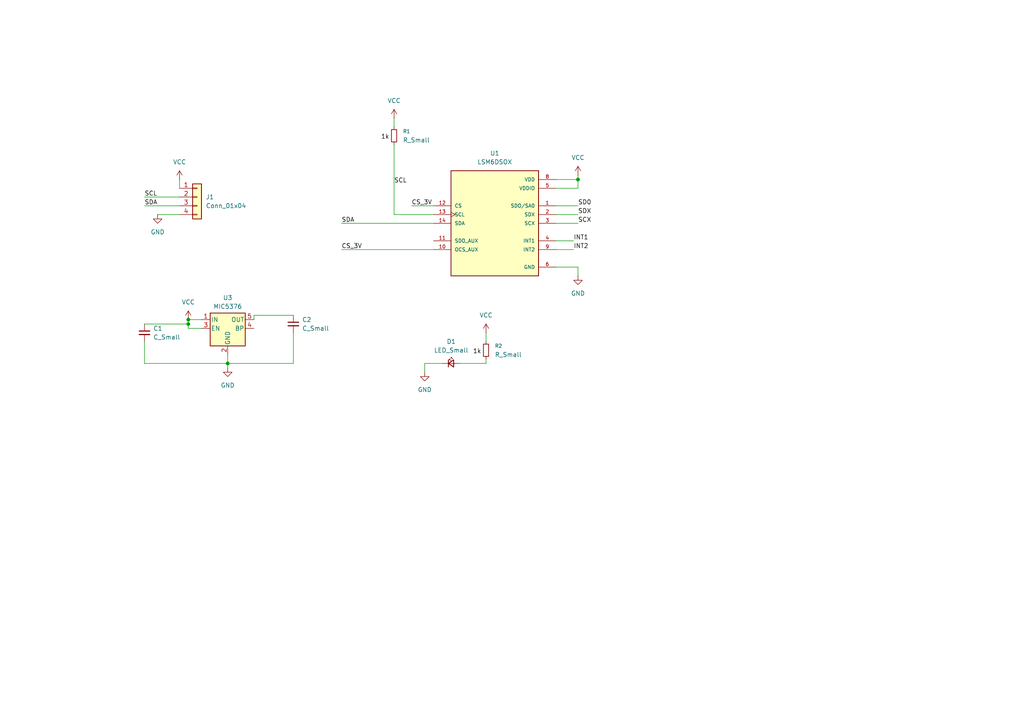
<source format=kicad_sch>
(kicad_sch (version 20250114) (generator "eeschema") (generator_version "9.0")
  (paper "A4")
  (lib_symbols
    (symbol "Connector_Generic:Conn_01x04" (pin_names (offset 1.016) (hide yes))
      (property "Reference" "J" (at 0 5.08 0))
      (property "Value" "Conn_01x04" (at 0 -7.62 0))
      (symbol "Conn_01x04_1_1"
        (rectangle (start -1.27 3.81) (end 1.27 -6.35) (stroke (width 0.254)) (fill (type background)))
        (rectangle (start -1.27 2.667) (end 0 2.413) (stroke (width 0.1524)))
        (rectangle (start -1.27 0.127) (end 0 -0.127) (stroke (width 0.1524)))
        (rectangle (start -1.27 -2.413) (end 0 -2.667) (stroke (width 0.1524)))
        (rectangle (start -1.27 -4.953) (end 0 -5.207) (stroke (width 0.1524)))
        (pin passive line (at -5.08 2.54 0) (length 3.81) (name "Pin_1") (number "1"))
        (pin passive line (at -5.08 0 0) (length 3.81) (name "Pin_2") (number "2"))
        (pin passive line (at -5.08 -2.54 0) (length 3.81) (name "Pin_3") (number "3"))
        (pin passive line (at -5.08 -5.08 0) (length 3.81) (name "Pin_4") (number "4"))
      )
    )
    (symbol "Device:C_Small" (pin_numbers (hide yes)) (pin_names (offset 0.254) (hide yes))
      (property "Reference" "C" (at 0.254 1.778 0))
      (property "Value" "C_Small" (at 0.254 -2.032 0))
      (symbol "C_Small_0_1"
        (polyline (pts (xy -1.524 0.508) (xy 1.524 0.508)) (stroke (width 0.3048)))
        (polyline (pts (xy -1.524 -0.508) (xy 1.524 -0.508)) (stroke (width 0.3302)))
      )
      (symbol "C_Small_1_1"
        (pin passive line (at 0 2.54 270) (length 2.032) (name "~") (number "1"))
        (pin passive line (at 0 -2.54 90) (length 2.032) (name "~") (number "2"))
      )
    )
    (symbol "Device:LED_Small" (pin_numbers (hide yes)) (pin_names (offset 0.254) (hide yes))
      (property "Reference" "D" (at -1.27 3.175 0))
      (property "Value" "LED_Small" (at -4.445 -2.54 0))
      (symbol "LED_Small_0_1"
        (polyline (pts (xy -0.762 -1.016) (xy -0.762 1.016)) (stroke (width 0.254)))
        (polyline (pts (xy 0 0.762) (xy -0.508 1.27) (xy -0.254 1.27) (xy -0.508 1.27) (xy -0.508 1.016)))
        (polyline (pts (xy 0.508 1.27) (xy 0 1.778) (xy 0.254 1.778) (xy 0 1.778) (xy 0 1.524)))
        (polyline (pts (xy 0.762 -1.016) (xy -0.762 0) (xy 0.762 1.016) (xy 0.762 -1.016)) (stroke (width 0.254)))
        (polyline (pts (xy 1.016 0) (xy -0.762 0)))
      )
      (symbol "LED_Small_1_1"
        (pin passive line (at -2.54 0 0) (length 1.778) (name "K") (number "1"))
        (pin passive line (at 2.54 0 180) (length 1.778) (name "A") (number "2"))
      )
    )
    (symbol "Device:R_Small" (pin_numbers (hide yes)) (pin_names (offset 0.254) (hide yes))
      (property "Reference" "R" (at 0 0 90))
      (property "Value" "R_Small" (at 1.778 0 90))
      (symbol "R_Small_0_1"
        (rectangle (start -0.762 1.778) (end 0.762 -1.778) (stroke (width 0.2032)))
      )
      (symbol "R_Small_1_1"
        (pin passive line (at 0 2.54 270) (length 0.762) (name "~") (number "1"))
        (pin passive line (at 0 -2.54 90) (length 0.762) (name "~") (number "2"))
      )
    )
    (symbol "LSM6DSOX:LSM6DSOX" (pin_names (offset 1.016))
      (property "Reference" "U" (at -12.7 16.002 0))
      (property "Value" "LSM6DSOX" (at -12.7 -17.78 0))
      (symbol "LSM6DSOX_0_0"
        (rectangle (start -12.7 -15.24) (end 12.7 15.24) (stroke (width 0.254)) (fill (type background)))
        (pin input line (at -17.78 5.08 0) (length 5.08) (name "CS") (number "12"))
        (pin input clock (at -17.78 2.54 0) (length 5.08) (name "SCL") (number "13"))
        (pin bidirectional line (at -17.78 0 0) (length 5.08) (name "SDA") (number "14"))
        (pin bidirectional line (at -17.78 -5.08 0) (length 5.08) (name "SDO_AUX") (number "11"))
        (pin bidirectional line (at -17.78 -7.62 0) (length 5.08) (name "OCS_AUX") (number "10"))
        (pin power_in line (at 17.78 12.7 180) (length 5.08) (name "VDD") (number "8"))
        (pin power_in line (at 17.78 10.16 180) (length 5.08) (name "VDDIO") (number "5"))
        (pin bidirectional line (at 17.78 5.08 180) (length 5.08) (name "SDO/SA0") (number "1"))
        (pin bidirectional line (at 17.78 2.54 180) (length 5.08) (name "SDX") (number "2"))
        (pin bidirectional line (at 17.78 0 180) (length 5.08) (name "SCX") (number "3"))
        (pin output line (at 17.78 -5.08 180) (length 5.08) (name "INT1") (number "4"))
        (pin output line (at 17.78 -7.62 180) (length 5.08) (name "INT2") (number "9"))
        (pin power_in line (at 17.78 -12.7 180) (length 5.08) (name "GND") (number "6"))
        (pin power_in line (at 17.78 -12.7 180) (length 5.08) (hide yes) (name "GND") (number "7"))
      )
    )
    (symbol "Regulator_Linear:MIC5205-3.3YM5" (pin_names (offset 0.254))
      (property "Reference" "U" (at -3.81 5.715 0))
      (property "Value" "MIC5205-3.3YM5" (at 0 5.715 0))
      (symbol "MIC5205-3.3YM5_0_1"
        (rectangle (start -5.08 4.445) (end 5.08 -5.08) (stroke (width 0.254)) (fill (type background)))
      )
      (symbol "MIC5205-3.3YM5_1_1"
        (pin power_in line (at -7.62 2.54 0) (length 2.54) (name "IN") (number "1"))
        (pin input line (at -7.62 0 0) (length 2.54) (name "EN") (number "3"))
        (pin power_in line (at 0 -7.62 90) (length 2.54) (name "GND") (number "2"))
        (pin power_out line (at 7.62 2.54 180) (length 2.54) (name "OUT") (number "5"))
        (pin input line (at 7.62 0 180) (length 2.54) (name "BP") (number "4"))
      )
    )
    (symbol "power:GND" (power) (pin_numbers (hide yes)) (pin_names (offset 0) (hide yes))
      (property "Value" "GND" (at 0 -3.81 0))
      (symbol "GND_0_1"
        (polyline (pts (xy 0 0) (xy 0 -1.27) (xy 1.27 -1.27) (xy 0 -2.54) (xy -1.27 -1.27) (xy 0 -1.27)))
      )
      (symbol "GND_1_1"
        (pin power_in line (at 0 0 270) (length 0) (name "~") (number "1"))
      )
    )
    (symbol "power:VCC" (power) (pin_numbers (hide yes)) (pin_names (offset 0) (hide yes))
      (property "Value" "VCC" (at 0 3.556 0))
      (symbol "VCC_0_1"
        (polyline (pts (xy -0.762 1.27) (xy 0 2.54)))
        (polyline (pts (xy 0 2.54) (xy 0.762 1.27)))
        (polyline (pts (xy 0 0) (xy 0 2.54)))
      )
      (symbol "VCC_1_1"
        (pin power_in line (at 0 0 90) (length 0) (name "~") (number "1"))
      )
    )
  )
  (rectangle (start -17.78 -6.35) (end -17.78 -6.35))
  (junction (at 66.04 105.41))
  (junction (at 54.61 92.71))
  (junction (at 54.61 93.98))
  (junction (at 167.64 52.07))
  (wire (pts (xy 54.61 95.25) (xy 54.61 93.98)))
  (wire (pts (xy 45.72 62.23) (xy 52.07 62.23)))
  (wire (pts (xy 161.29 64.77) (xy 167.64 64.77)))
  (wire (pts (xy 85.09 105.41) (xy 66.04 105.41)))
  (wire (pts (xy 99.06 72.39) (xy 125.73 72.39)))
  (wire (pts (xy 140.97 104.14) (xy 140.97 105.41)))
  (wire (pts (xy 119.38 59.69) (xy 125.73 59.69)))
  (wire (pts (xy 161.29 52.07) (xy 167.64 52.07)))
  (wire (pts (xy 41.91 105.41) (xy 66.04 105.41)))
  (wire (pts (xy 125.73 64.77) (xy 99.06 64.77)))
  (wire (pts (xy 85.09 91.44) (xy 73.66 91.44)))
  (wire (pts (xy 161.29 72.39) (xy 166.37 72.39)))
  (wire (pts (xy 161.29 54.61) (xy 167.64 54.61)))
  (wire (pts (xy 123.19 107.95) (xy 123.19 105.41)))
  (wire (pts (xy 161.29 69.85) (xy 166.37 69.85)))
  (wire (pts (xy 140.97 105.41) (xy 133.35 105.41)))
  (wire (pts (xy 167.64 80.01) (xy 167.64 77.47)))
  (wire (pts (xy 41.91 99.06) (xy 41.91 105.41)))
  (wire (pts (xy 114.3 41.91) (xy 114.3 62.23)))
  (wire (pts (xy 52.07 52.07) (xy 52.07 54.61)))
  (wire (pts (xy 54.61 93.98) (xy 54.61 92.71)))
  (wire (pts (xy 167.64 52.07) (xy 167.64 50.8)))
  (wire (pts (xy 41.91 59.69) (xy 52.07 59.69)))
  (wire (pts (xy 140.97 96.52) (xy 140.97 99.06)))
  (wire (pts (xy 161.29 62.23) (xy 167.64 62.23)))
  (wire (pts (xy 66.04 105.41) (xy 66.04 102.87)))
  (wire (pts (xy 167.64 54.61) (xy 167.64 52.07)))
  (wire (pts (xy 41.91 93.98) (xy 54.61 93.98)))
  (wire (pts (xy 125.73 62.23) (xy 114.3 62.23)))
  (wire (pts (xy 85.09 96.52) (xy 85.09 105.41)))
  (wire (pts (xy 161.29 59.69) (xy 167.64 59.69)))
  (wire (pts (xy 123.19 105.41) (xy 128.27 105.41)))
  (wire (pts (xy 73.66 91.44) (xy 73.66 92.71)))
  (wire (pts (xy 41.91 57.15) (xy 52.07 57.15)))
  (wire (pts (xy 66.04 106.68) (xy 66.04 105.41)))
  (wire (pts (xy 114.3 34.29) (xy 114.3 36.83)))
  (wire (pts (xy 167.64 77.47) (xy 161.29 77.47)))
  (wire (pts (xy 58.42 95.25) (xy 54.61 95.25)))
  (wire (pts (xy 54.61 92.71) (xy 58.42 92.71)))
  (label "SD0" (at 167.64 59.69 0))
  (label "SCL" (at 41.91 57.15 0))
  (label "INT2" (at 166.37 72.39 0))
  (label "1k" (at 137.16 102.87 0))
  (label "SDA" (at 99.06 64.77 0))
  (label "INT1" (at 166.37 69.85 0))
  (label "SCX" (at 167.64 64.77 0))
  (label "SDA" (at 41.91 59.69 0))
  (label "SDX" (at 167.64 62.23 0))
  (label "CS_3V" (at 99.06 72.39 0))
  (label "1k" (at 110.49 40.64 0))
  (label "CS_3V" (at 119.38 59.69 0))
  (label "SCL" (at 114.3 53.34 0))
  (symbol (lib_id "Regulator_Linear:MIC5205-3.3YM5") (at 66.04 95.25 0) (unit 1)
    (property "Reference" "U3" (at 66.04 86.36 0))
    (property "Value" "MIC5376" (at 66.04 88.9 0))
    (property "Footprint" "Package_TO_SOT_SMD:SOT-23-5" (effects (hide yes)))
    (property "Datasheet" "http://ww1.microchip.com/downloads/en/DeviceDoc/20005785A.pdf" (effects (hide yes)))
    (property "Description" "150mA low dropout linear regulator, fixed 3.3V output, SOT-23-5" (effects (hide yes)))
  )
  (symbol (lib_id "power:VCC") (at 167.64 50.8 0) (unit 1)
    (property "Reference" "#PWR01" (effects (hide yes)))
    (property "Value" "VCC" (at 167.64 45.72 0))
    (property "Description" "Power symbol creates a global label with name \"VCC\"" (effects (hide yes)))
  )
  (symbol (lib_id "Device:R_Small") (at 140.97 101.6 0) (unit 1)
    (property "Reference" "R2" (at 143.51 100.3299 0) (effects (font (size 1.016 1.016)) (justify left)))
    (property "Value" "R_Small" (at 143.51 102.8699 0) (effects (justify left)))
    (property "Footprint" "Resistor_SMD:R_0402_1005Metric_Pad0.72x0.64mm_HandSolder" (effects (hide yes)))
    (property "Description" "Resistor, small symbol" (effects (hide yes)))
  )
  (symbol (lib_id "Device:R_Small") (at 114.3 39.37 0) (unit 1)
    (property "Reference" "R1" (at 116.84 38.0999 0) (effects (font (size 1.016 1.016)) (justify left)))
    (property "Value" "R_Small" (at 116.84 40.6399 0) (effects (justify left)))
    (property "Footprint" "Resistor_SMD:R_0402_1005Metric_Pad0.72x0.64mm_HandSolder" (effects (hide yes)))
    (property "Description" "Resistor, small symbol" (effects (hide yes)))
  )
  (symbol (lib_id "Device:LED_Small") (at 130.81 105.41 0) (unit 1)
    (property "Reference" "D1" (at 130.8735 99.06 0))
    (property "Value" "LED_Small" (at 130.8735 101.6 0))
    (property "Footprint" "LED_SMD:LED_0402_1005Metric_Pad0.77x0.64mm_HandSolder" (effects (hide yes)))
    (property "Description" "Light emitting diode, small symbol" (effects (hide yes)))
    (property "Sim.Pin" "1=K 2=A" (effects (hide yes)))
  )
  (symbol (lib_id "power:VCC") (at 52.07 52.07 0) (unit 1)
    (property "Reference" "#PWR05" (effects (hide yes)))
    (property "Value" "VCC" (at 52.07 46.99 0))
    (property "Description" "Power symbol creates a global label with name \"VCC\"" (effects (hide yes)))
  )
  (symbol (lib_id "power:VCC") (at 140.97 96.52 0) (unit 1)
    (property "Reference" "#PWR07" (effects (hide yes)))
    (property "Value" "VCC" (at 140.97 91.44 0))
    (property "Description" "Power symbol creates a global label with name \"VCC\"" (effects (hide yes)))
  )
  (symbol (lib_id "power:GND") (at 167.64 80.01 0) (unit 1)
    (property "Reference" "#PWR02" (effects (hide yes)))
    (property "Value" "GND" (at 167.64 85.09 0))
    (property "Description" "Power symbol creates a global label with name \"GND\" , ground" (effects (hide yes)))
  )
  (symbol (lib_id "power:GND") (at 123.19 107.95 0) (unit 1)
    (property "Reference" "#PWR09" (effects (hide yes)))
    (property "Value" "GND" (at 123.19 113.03 0))
    (property "Description" "Power symbol creates a global label with name \"GND\" , ground" (effects (hide yes)))
  )
  (symbol (lib_id "power:GND") (at 45.72 62.23 0) (unit 1)
    (property "Reference" "#PWR06" (effects (hide yes)))
    (property "Value" "GND" (at 45.72 67.31 0))
    (property "Description" "Power symbol creates a global label with name \"GND\" , ground" (effects (hide yes)))
  )
  (symbol (lib_id "Connector_Generic:Conn_01x04") (at 57.15 57.15 0) (unit 1)
    (property "Reference" "J1" (at 59.69 57.1499 0) (effects (justify left)))
    (property "Value" "Conn_01x04" (at 59.69 59.6899 0) (effects (justify left)))
    (property "Footprint" "Connector_PinHeader_2.54mm:PinHeader_1x04_P2.54mm_Vertical" (effects (hide yes)))
    (property "Description" "Generic connector, single row, 01x04, script generated (kicad-library-utils/schlib/autogen/connector/)" (effects (hide yes)))
  )
  (symbol (lib_id "power:VCC") (at 114.3 34.29 0) (unit 1)
    (property "Reference" "#PWR03" (effects (hide yes)))
    (property "Value" "VCC" (at 114.3 29.21 0))
    (property "Description" "Power symbol creates a global label with name \"VCC\"" (effects (hide yes)))
  )
  (symbol (lib_id "power:GND") (at 66.04 106.68 0) (unit 1)
    (property "Reference" "#PWR04" (effects (hide yes)))
    (property "Value" "GND" (at 66.04 111.76 0))
    (property "Description" "Power symbol creates a global label with name \"GND\" , ground" (effects (hide yes)))
  )
  (symbol (lib_id "Device:C_Small") (at 41.91 96.52 0) (unit 1)
    (property "Reference" "C1" (at 44.45 95.2562 0) (effects (justify left)))
    (property "Value" "C_Small" (at 44.45 97.7962 0) (effects (justify left)))
    (property "Footprint" "Capacitor_SMD:C_0402_1005Metric_Pad0.74x0.62mm_HandSolder" (effects (hide yes)))
    (property "Description" "Unpolarized capacitor, small symbol" (effects (hide yes)))
  )
  (symbol (lib_id "power:VCC") (at 54.61 92.71 0) (unit 1)
    (property "Reference" "#PWR08" (effects (hide yes)))
    (property "Value" "VCC" (at 54.61 87.63 0))
    (property "Description" "Power symbol creates a global label with name \"VCC\"" (effects (hide yes)))
  )
  (symbol (lib_id "Device:C_Small") (at 85.09 93.98 0) (unit 1)
    (property "Reference" "C2" (at 87.63 92.7162 0) (effects (justify left)))
    (property "Value" "C_Small" (at 87.63 95.2562 0) (effects (justify left)))
    (property "Footprint" "Capacitor_SMD:C_0402_1005Metric_Pad0.74x0.62mm_HandSolder" (effects (hide yes)))
    (property "Description" "Unpolarized capacitor, small symbol" (effects (hide yes)))
  )
  (symbol (lib_id "LSM6DSOX:LSM6DSOX") (at 143.51 64.77 0) (unit 1)
    (property "Reference" "U1" (at 143.51 44.45 0))
    (property "Value" "LSM6DSOX" (at 143.51 46.99 0))
    (property "Footprint" "Package_LGA:LGA-14_3x2.5mm_P0.5mm_LayoutBorder3x4y" (effects (hide yes)))
    (property "MF" "STMicroelectronics" (effects (hide yes)))
    (property "Description_1" "3D Accelerometer and 3D Gyroscope Sensor Digital Output 1.8V 14-Pin LGA T/R" (effects (hide yes)))
    (property "Package" "VFLGA-14 STMicroelectronics" (effects (hide yes)))
    (property "Price" "None" (effects (hide yes)))
    (property "Check_prices" "https://www.snapeda.com/parts/LSM6DSOX/STMicroelectronics/view-part/?ref=eda" (effects (hide yes)))
    (property "STANDARD" "IPC7351B" (effects (hide yes)))
    (property "PARTREV" "3.0" (effects (hide yes)))
    (property "SnapEDA_Link" "https://www.snapeda.com/parts/LSM6DSOX/STMicroelectronics/view-part/?ref=snap" (effects (hide yes)))
    (property "MP" "LSM6DSOX" (effects (hide yes)))
    (property "Availability" "In Stock" (effects (hide yes)))
    (property "MANUFACTURER" "ST Microelectronics" (effects (hide yes)))
  )
)
</source>
